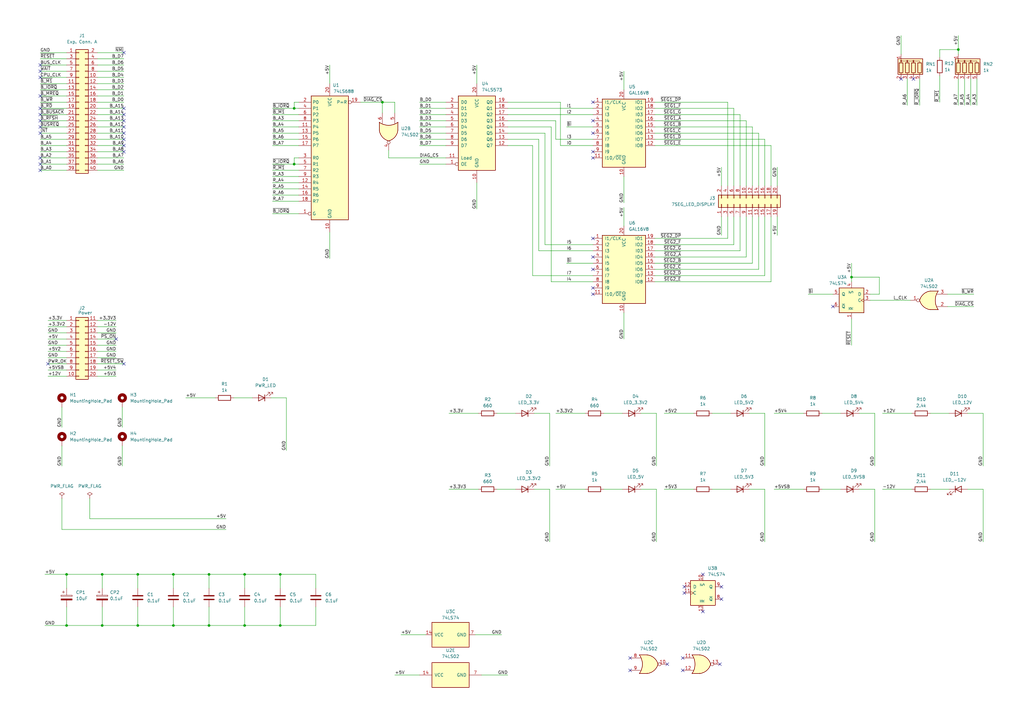
<source format=kicad_sch>
(kicad_sch (version 20230121) (generator eeschema)
  (paper "A3")
  (title_block (title "Diagnostics board for the Stackable Z80 Computer") (date "2023-09-15") (rev "1.1"))
  (lib_symbols
    (symbol "74xx:74LS02" (pin_names (offset 1.016))
      (property "Reference" "U" (at 0 1.27 0))
      (property "Value" "74LS02" (at 0 -1.27 0))
      (symbol "74LS02_1_1"
        (pin output inverted (at 7.62 0 180) (length 3.81) (name "~") (number "1"))
        (pin input line (at -7.62 2.54 0) (length 4.318) (name "~") (number "2"))
        (pin input line (at -7.62 -2.54 0) (length 4.318) (name "~") (number "3"))
      )
      (symbol "74LS02_1_2"
        (pin output line (at 7.62 0 180) (length 3.81) (name "~") (number "1"))
        (pin input inverted (at -7.62 2.54 0) (length 3.81) (name "~") (number "2"))
        (pin input inverted (at -7.62 -2.54 0) (length 3.81) (name "~") (number "3"))
      )
      (symbol "74LS02_2_1"
        (pin output inverted (at 7.62 0 180) (length 3.81) (name "~") (number "4"))
        (pin input line (at -7.62 2.54 0) (length 4.318) (name "~") (number "5"))
        (pin input line (at -7.62 -2.54 0) (length 4.318) (name "~") (number "6"))
      )
      (symbol "74LS02_2_2"
        (pin output line (at 7.62 0 180) (length 3.81) (name "~") (number "4"))
        (pin input inverted (at -7.62 2.54 0) (length 3.81) (name "~") (number "5"))
        (pin input inverted (at -7.62 -2.54 0) (length 3.81) (name "~") (number "6"))
      )
      (symbol "74LS02_3_1"
        (pin output inverted (at 7.62 0 180) (length 3.81) (name "~") (number "10"))
        (pin input line (at -7.62 2.54 0) (length 4.318) (name "~") (number "8"))
        (pin input line (at -7.62 -2.54 0) (length 4.318) (name "~") (number "9"))
      )
      (symbol "74LS02_3_2"
        (pin output line (at 7.62 0 180) (length 3.81) (name "~") (number "10"))
        (pin input inverted (at -7.62 2.54 0) (length 3.81) (name "~") (number "8"))
        (pin input inverted (at -7.62 -2.54 0) (length 3.81) (name "~") (number "9"))
      )
      (symbol "74LS02_4_1"
        (pin input line (at -7.62 2.54 0) (length 4.318) (name "~") (number "11"))
        (pin input line (at -7.62 -2.54 0) (length 4.318) (name "~") (number "12"))
        (pin output inverted (at 7.62 0 180) (length 3.81) (name "~") (number "13"))
      )
      (symbol "74LS02_4_2"
        (pin input inverted (at -7.62 2.54 0) (length 3.81) (name "~") (number "11"))
        (pin input inverted (at -7.62 -2.54 0) (length 3.81) (name "~") (number "12"))
        (pin output line (at 7.62 0 180) (length 3.81) (name "~") (number "13"))
      )
      (symbol "74LS02_5_0"
        (pin power_in line (at 0 12.7 270) (length 5.08) (name "VCC") (number "14"))
        (pin power_in line (at 0 -12.7 90) (length 5.08) (name "GND") (number "7"))
      )
    )
    (symbol "74xx:74LS573" (pin_names (offset 1.016))
      (property "Reference" "U" (at -7.62 16.51 0))
      (property "Value" "74LS573" (at -7.62 -16.51 0))
      (symbol "74LS573_1_0"
        (pin input inverted (at -12.7 -12.7 0) (length 5.08) (name "OE") (number "1"))
        (pin power_in line (at 0 -20.32 90) (length 5.08) (name "GND") (number "10"))
        (pin input line (at -12.7 -10.16 0) (length 5.08) (name "Load") (number "11"))
        (pin tri_state line (at 12.7 -5.08 180) (length 5.08) (name "Q7") (number "12"))
        (pin tri_state line (at 12.7 -2.54 180) (length 5.08) (name "Q6") (number "13"))
        (pin tri_state line (at 12.7 0 180) (length 5.08) (name "Q5") (number "14"))
        (pin tri_state line (at 12.7 2.54 180) (length 5.08) (name "Q4") (number "15"))
        (pin tri_state line (at 12.7 5.08 180) (length 5.08) (name "Q3") (number "16"))
        (pin tri_state line (at 12.7 7.62 180) (length 5.08) (name "Q2") (number "17"))
        (pin tri_state line (at 12.7 10.16 180) (length 5.08) (name "Q1") (number "18"))
        (pin tri_state line (at 12.7 12.7 180) (length 5.08) (name "Q0") (number "19"))
        (pin input line (at -12.7 12.7 0) (length 5.08) (name "D0") (number "2"))
        (pin power_in line (at 0 20.32 270) (length 5.08) (name "VCC") (number "20"))
        (pin input line (at -12.7 10.16 0) (length 5.08) (name "D1") (number "3"))
        (pin input line (at -12.7 7.62 0) (length 5.08) (name "D2") (number "4"))
        (pin input line (at -12.7 5.08 0) (length 5.08) (name "D3") (number "5"))
        (pin input line (at -12.7 2.54 0) (length 5.08) (name "D4") (number "6"))
        (pin input line (at -12.7 0 0) (length 5.08) (name "D5") (number "7"))
        (pin input line (at -12.7 -2.54 0) (length 5.08) (name "D6") (number "8"))
        (pin input line (at -12.7 -5.08 0) (length 5.08) (name "D7") (number "9"))
      )
    )
    (symbol "74xx:74LS688"
      (property "Reference" "U" (at -7.62 26.67 0))
      (property "Value" "74LS688" (at -7.62 -26.67 0))
      (symbol "74LS688_1_0"
        (pin input inverted (at -12.7 -22.86 0) (length 5.08) (name "G") (number "1"))
        (pin power_in line (at 0 -30.48 90) (length 5.08) (name "GND") (number "10"))
        (pin input line (at -12.7 12.7 0) (length 5.08) (name "P4") (number "11"))
        (pin input line (at -12.7 -10.16 0) (length 5.08) (name "R4") (number "12"))
        (pin input line (at -12.7 10.16 0) (length 5.08) (name "P5") (number "13"))
        (pin input line (at -12.7 -12.7 0) (length 5.08) (name "R5") (number "14"))
        (pin input line (at -12.7 7.62 0) (length 5.08) (name "P6") (number "15"))
        (pin input line (at -12.7 -15.24 0) (length 5.08) (name "R6") (number "16"))
        (pin input line (at -12.7 5.08 0) (length 5.08) (name "P7") (number "17"))
        (pin input line (at -12.7 -17.78 0) (length 5.08) (name "R7") (number "18"))
        (pin output inverted (at 12.7 22.86 180) (length 5.08) (name "P=R") (number "19"))
        (pin input line (at -12.7 22.86 0) (length 5.08) (name "P0") (number "2"))
        (pin power_in line (at 0 30.48 270) (length 5.08) (name "VCC") (number "20"))
        (pin input line (at -12.7 0 0) (length 5.08) (name "R0") (number "3"))
        (pin input line (at -12.7 20.32 0) (length 5.08) (name "P1") (number "4"))
        (pin input line (at -12.7 -2.54 0) (length 5.08) (name "R1") (number "5"))
        (pin input line (at -12.7 17.78 0) (length 5.08) (name "P2") (number "6"))
        (pin input line (at -12.7 -5.08 0) (length 5.08) (name "R2") (number "7"))
        (pin input line (at -12.7 15.24 0) (length 5.08) (name "P3") (number "8"))
        (pin input line (at -12.7 -7.62 0) (length 5.08) (name "R3") (number "9"))
      )
    )
    (symbol "74xx:74LS74" (pin_names (offset 1.016))
      (property "Reference" "U" (at -7.62 8.89 0))
      (property "Value" "74LS74" (at -7.62 -8.89 0))
      (symbol "74LS74_1_0"
        (pin input line (at 0 -7.62 90) (length 2.54) (name "~{R}") (number "1"))
        (pin input line (at -7.62 2.54 0) (length 2.54) (name "D") (number "2"))
        (pin input clock (at -7.62 0 0) (length 2.54) (name "C") (number "3"))
        (pin input line (at 0 7.62 270) (length 2.54) (name "~{S}") (number "4"))
        (pin output line (at 7.62 2.54 180) (length 2.54) (name "Q") (number "5"))
        (pin output line (at 7.62 -2.54 180) (length 2.54) (name "~{Q}") (number "6"))
      )
      (symbol "74LS74_2_0"
        (pin input line (at 0 7.62 270) (length 2.54) (name "~{S}") (number "10"))
        (pin input clock (at -7.62 0 0) (length 2.54) (name "C") (number "11"))
        (pin input line (at -7.62 2.54 0) (length 2.54) (name "D") (number "12"))
        (pin input line (at 0 -7.62 90) (length 2.54) (name "~{R}") (number "13"))
        (pin output line (at 7.62 -2.54 180) (length 2.54) (name "~{Q}") (number "8"))
        (pin output line (at 7.62 2.54 180) (length 2.54) (name "Q") (number "9"))
      )
      (symbol "74LS74_3_0"
        (pin power_in line (at 0 10.16 270) (length 2.54) (name "VCC") (number "14"))
        (pin power_in line (at 0 -10.16 90) (length 2.54) (name "GND") (number "7"))
      )
    )
    (symbol "Connector_Generic:Conn_02x10_Odd_Even" (pin_names (offset 1.016) hide)
      (property "Reference" "J" (at 1.27 12.7 0))
      (property "Value" "Conn_02x10_Odd_Even" (at 1.27 -15.24 0))
      (symbol "Conn_02x10_Odd_Even_1_1"
        (pin passive line (at -5.08 10.16 0) (length 3.81) (name "Pin_1") (number "1"))
        (pin passive line (at 7.62 0 180) (length 3.81) (name "Pin_10") (number "10"))
        (pin passive line (at -5.08 -2.54 0) (length 3.81) (name "Pin_11") (number "11"))
        (pin passive line (at 7.62 -2.54 180) (length 3.81) (name "Pin_12") (number "12"))
        (pin passive line (at -5.08 -5.08 0) (length 3.81) (name "Pin_13") (number "13"))
        (pin passive line (at 7.62 -5.08 180) (length 3.81) (name "Pin_14") (number "14"))
        (pin passive line (at -5.08 -7.62 0) (length 3.81) (name "Pin_15") (number "15"))
        (pin passive line (at 7.62 -7.62 180) (length 3.81) (name "Pin_16") (number "16"))
        (pin passive line (at -5.08 -10.16 0) (length 3.81) (name "Pin_17") (number "17"))
        (pin passive line (at 7.62 -10.16 180) (length 3.81) (name "Pin_18") (number "18"))
        (pin passive line (at -5.08 -12.7 0) (length 3.81) (name "Pin_19") (number "19"))
        (pin passive line (at 7.62 10.16 180) (length 3.81) (name "Pin_2") (number "2"))
        (pin passive line (at 7.62 -12.7 180) (length 3.81) (name "Pin_20") (number "20"))
        (pin passive line (at -5.08 7.62 0) (length 3.81) (name "Pin_3") (number "3"))
        (pin passive line (at 7.62 7.62 180) (length 3.81) (name "Pin_4") (number "4"))
        (pin passive line (at -5.08 5.08 0) (length 3.81) (name "Pin_5") (number "5"))
        (pin passive line (at 7.62 5.08 180) (length 3.81) (name "Pin_6") (number "6"))
        (pin passive line (at -5.08 2.54 0) (length 3.81) (name "Pin_7") (number "7"))
        (pin passive line (at 7.62 2.54 180) (length 3.81) (name "Pin_8") (number "8"))
        (pin passive line (at -5.08 0 0) (length 3.81) (name "Pin_9") (number "9"))
      )
    )
    (symbol "Connector_Generic:Conn_02x10_Top_Bottom" (pin_names (offset 1.016) hide)
      (property "Reference" "J" (at 1.27 12.7 0))
      (property "Value" "Conn_02x10_Top_Bottom" (at 1.27 -15.24 0))
      (symbol "Conn_02x10_Top_Bottom_1_1"
        (pin passive line (at -5.08 10.16 0) (length 3.81) (name "Pin_1") (number "1"))
        (pin passive line (at -5.08 -12.7 0) (length 3.81) (name "Pin_10") (number "10"))
        (pin passive line (at 7.62 10.16 180) (length 3.81) (name "Pin_11") (number "11"))
        (pin passive line (at 7.62 7.62 180) (length 3.81) (name "Pin_12") (number "12"))
        (pin passive line (at 7.62 5.08 180) (length 3.81) (name "Pin_13") (number "13"))
        (pin passive line (at 7.62 2.54 180) (length 3.81) (name "Pin_14") (number "14"))
        (pin passive line (at 7.62 0 180) (length 3.81) (name "Pin_15") (number "15"))
        (pin passive line (at 7.62 -2.54 180) (length 3.81) (name "Pin_16") (number "16"))
        (pin passive line (at 7.62 -5.08 180) (length 3.81) (name "Pin_17") (number "17"))
        (pin passive line (at 7.62 -7.62 180) (length 3.81) (name "Pin_18") (number "18"))
        (pin passive line (at 7.62 -10.16 180) (length 3.81) (name "Pin_19") (number "19"))
        (pin passive line (at -5.08 7.62 0) (length 3.81) (name "Pin_2") (number "2"))
        (pin passive line (at 7.62 -12.7 180) (length 3.81) (name "Pin_20") (number "20"))
        (pin passive line (at -5.08 5.08 0) (length 3.81) (name "Pin_3") (number "3"))
        (pin passive line (at -5.08 2.54 0) (length 3.81) (name "Pin_4") (number "4"))
        (pin passive line (at -5.08 0 0) (length 3.81) (name "Pin_5") (number "5"))
        (pin passive line (at -5.08 -2.54 0) (length 3.81) (name "Pin_6") (number "6"))
        (pin passive line (at -5.08 -5.08 0) (length 3.81) (name "Pin_7") (number "7"))
        (pin passive line (at -5.08 -7.62 0) (length 3.81) (name "Pin_8") (number "8"))
        (pin passive line (at -5.08 -10.16 0) (length 3.81) (name "Pin_9") (number "9"))
      )
    )
    (symbol "Connector_Generic:Conn_02x20_Odd_Even" (pin_names (offset 1.016) hide)
      (property "Reference" "J" (at 1.27 25.4 0))
      (property "Value" "Conn_02x20_Odd_Even" (at 1.27 -27.94 0))
      (symbol "Conn_02x20_Odd_Even_1_1"
        (pin passive line (at -5.08 22.86 0) (length 3.81) (name "Pin_1") (number "1"))
        (pin passive line (at 7.62 12.7 180) (length 3.81) (name "Pin_10") (number "10"))
        (pin passive line (at -5.08 10.16 0) (length 3.81) (name "Pin_11") (number "11"))
        (pin passive line (at 7.62 10.16 180) (length 3.81) (name "Pin_12") (number "12"))
        (pin passive line (at -5.08 7.62 0) (length 3.81) (name "Pin_13") (number "13"))
        (pin passive line (at 7.62 7.62 180) (length 3.81) (name "Pin_14") (number "14"))
        (pin passive line (at -5.08 5.08 0) (length 3.81) (name "Pin_15") (number "15"))
        (pin passive line (at 7.62 5.08 180) (length 3.81) (name "Pin_16") (number "16"))
        (pin passive line (at -5.08 2.54 0) (length 3.81) (name "Pin_17") (number "17"))
        (pin passive line (at 7.62 2.54 180) (length 3.81) (name "Pin_18") (number "18"))
        (pin passive line (at -5.08 0 0) (length 3.81) (name "Pin_19") (number "19"))
        (pin passive line (at 7.62 22.86 180) (length 3.81) (name "Pin_2") (number "2"))
        (pin passive line (at 7.62 0 180) (length 3.81) (name "Pin_20") (number "20"))
        (pin passive line (at -5.08 -2.54 0) (length 3.81) (name "Pin_21") (number "21"))
        (pin passive line (at 7.62 -2.54 180) (length 3.81) (name "Pin_22") (number "22"))
        (pin passive line (at -5.08 -5.08 0) (length 3.81) (name "Pin_23") (number "23"))
        (pin passive line (at 7.62 -5.08 180) (length 3.81) (name "Pin_24") (number "24"))
        (pin passive line (at -5.08 -7.62 0) (length 3.81) (name "Pin_25") (number "25"))
        (pin passive line (at 7.62 -7.62 180) (length 3.81) (name "Pin_26") (number "26"))
        (pin passive line (at -5.08 -10.16 0) (length 3.81) (name "Pin_27") (number "27"))
        (pin passive line (at 7.62 -10.16 180) (length 3.81) (name "Pin_28") (number "28"))
        (pin passive line (at -5.08 -12.7 0) (length 3.81) (name "Pin_29") (number "29"))
        (pin passive line (at -5.08 20.32 0) (length 3.81) (name "Pin_3") (number "3"))
        (pin passive line (at 7.62 -12.7 180) (length 3.81) (name "Pin_30") (number "30"))
        (pin passive line (at -5.08 -15.24 0) (length 3.81) (name "Pin_31") (number "31"))
        (pin passive line (at 7.62 -15.24 180) (length 3.81) (name "Pin_32") (number "32"))
        (pin passive line (at -5.08 -17.78 0) (length 3.81) (name "Pin_33") (number "33"))
        (pin passive line (at 7.62 -17.78 180) (length 3.81) (name "Pin_34") (number "34"))
        (pin passive line (at -5.08 -20.32 0) (length 3.81) (name "Pin_35") (number "35"))
        (pin passive line (at 7.62 -20.32 180) (length 3.81) (name "Pin_36") (number "36"))
        (pin passive line (at -5.08 -22.86 0) (length 3.81) (name "Pin_37") (number "37"))
        (pin passive line (at 7.62 -22.86 180) (length 3.81) (name "Pin_38") (number "38"))
        (pin passive line (at -5.08 -25.4 0) (length 3.81) (name "Pin_39") (number "39"))
        (pin passive line (at 7.62 20.32 180) (length 3.81) (name "Pin_4") (number "4"))
        (pin passive line (at 7.62 -25.4 180) (length 3.81) (name "Pin_40") (number "40"))
        (pin passive line (at -5.08 17.78 0) (length 3.81) (name "Pin_5") (number "5"))
        (pin passive line (at 7.62 17.78 180) (length 3.81) (name "Pin_6") (number "6"))
        (pin passive line (at -5.08 15.24 0) (length 3.81) (name "Pin_7") (number "7"))
        (pin passive line (at 7.62 15.24 180) (length 3.81) (name "Pin_8") (number "8"))
        (pin passive line (at -5.08 12.7 0) (length 3.81) (name "Pin_9") (number "9"))
      )
    )
    (symbol "Device:C" (pin_numbers hide) (pin_names (offset 0.254))
      (property "Reference" "C" (at 0.635 2.54 0))
      (property "Value" "C" (at 0.635 -2.54 0))
      (symbol "C_1_1"
        (pin passive line (at 0 3.81 270) (length 2.794) (name "~") (number "1"))
        (pin passive line (at 0 -3.81 90) (length 2.794) (name "~") (number "2"))
      )
    )
    (symbol "Device:C_Polarized" (pin_numbers hide) (pin_names (offset 0.254))
      (property "Reference" "C" (at 0.635 2.54 0))
      (property "Value" "C_Polarized" (at 0.635 -2.54 0))
      (symbol "C_Polarized_1_1"
        (pin passive line (at 0 3.81 270) (length 2.794) (name "~") (number "1"))
        (pin passive line (at 0 -3.81 90) (length 2.794) (name "~") (number "2"))
      )
    )
    (symbol "Device:LED" (pin_numbers hide) (pin_names (offset 1.016) hide)
      (property "Reference" "D" (at 0 2.54 0))
      (property "Value" "LED" (at 0 -2.54 0))
      (symbol "LED_1_1"
        (pin passive line (at -3.81 0 0) (length 2.54) (name "K") (number "1"))
        (pin passive line (at 3.81 0 180) (length 2.54) (name "A") (number "2"))
      )
    )
    (symbol "Device:R" (pin_numbers hide) (pin_names (offset 0))
      (property "Reference" "R" (at 2.032 0 90))
      (property "Value" "R" (at 0 0 90))
      (symbol "R_1_1"
        (pin passive line (at 0 3.81 270) (length 1.27) (name "~") (number "1"))
        (pin passive line (at 0 -3.81 90) (length 1.27) (name "~") (number "2"))
      )
    )
    (symbol "Device:R_Network04" (pin_names (offset 0) hide)
      (property "Reference" "RN" (at -7.62 0 90))
      (property "Value" "R_Network04" (at 5.08 0 90))
      (symbol "R_Network04_1_1"
        (pin passive line (at -5.08 5.08 270) (length 2.54) (name "common") (number "1"))
        (pin passive line (at -5.08 -5.08 90) (length 1.27) (name "R1") (number "2"))
        (pin passive line (at -2.54 -5.08 90) (length 1.27) (name "R2") (number "3"))
        (pin passive line (at 0 -5.08 90) (length 1.27) (name "R3") (number "4"))
        (pin passive line (at 2.54 -5.08 90) (length 1.27) (name "R4") (number "5"))
      )
    )
    (symbol "Logic_Programmable:GAL16V8" (pin_names (offset 1.016))
      (property "Reference" "U" (at -8.89 16.51 0))
      (property "Value" "GAL16V8" (at 1.27 16.51 0))
      (symbol "GAL16V8_0_0"
        (pin power_in line (at 0 -17.78 90) (length 3.81) (name "GND") (number "10"))
        (pin power_in line (at 0 17.78 270) (length 3.81) (name "VCC") (number "20"))
      )
      (symbol "GAL16V8_1_1"
        (pin input line (at -12.7 12.7 0) (length 3.81) (name "I1/CLK") (number "1"))
        (pin input line (at -12.7 -10.16 0) (length 3.81) (name "I10/~{OE}") (number "11"))
        (pin tri_state line (at 12.7 -5.08 180) (length 3.81) (name "IO8") (number "12"))
        (pin tri_state line (at 12.7 -2.54 180) (length 3.81) (name "IO7") (number "13"))
        (pin tri_state line (at 12.7 0 180) (length 3.81) (name "IO6") (number "14"))
        (pin tri_state line (at 12.7 2.54 180) (length 3.81) (name "IO5") (number "15"))
        (pin tri_state line (at 12.7 5.08 180) (length 3.81) (name "IO4") (number "16"))
        (pin tri_state line (at 12.7 7.62 180) (length 3.81) (name "I03") (number "17"))
        (pin tri_state line (at 12.7 10.16 180) (length 3.81) (name "IO2") (number "18"))
        (pin tri_state line (at 12.7 12.7 180) (length 3.81) (name "IO1") (number "19"))
        (pin input line (at -12.7 10.16 0) (length 3.81) (name "I2") (number "2"))
        (pin input line (at -12.7 7.62 0) (length 3.81) (name "I3") (number "3"))
        (pin input line (at -12.7 5.08 0) (length 3.81) (name "I4") (number "4"))
        (pin input line (at -12.7 2.54 0) (length 3.81) (name "I5") (number "5"))
        (pin input line (at -12.7 0 0) (length 3.81) (name "I6") (number "6"))
        (pin input line (at -12.7 -2.54 0) (length 3.81) (name "I7") (number "7"))
        (pin input line (at -12.7 -5.08 0) (length 3.81) (name "I8") (number "8"))
        (pin input line (at -12.7 -7.62 0) (length 3.81) (name "I9") (number "9"))
      )
    )
    (symbol "Mechanical:MountingHole_Pad" (pin_numbers hide) (pin_names (offset 1.016) hide)
      (property "Reference" "H" (at 0 6.35 0))
      (property "Value" "MountingHole_Pad" (at 0 4.445 0))
      (symbol "MountingHole_Pad_1_1"
        (pin input line (at 0 -2.54 90) (length 2.54) (name "1") (number "1"))
      )
    )
    (symbol "power:PWR_FLAG" (power) (pin_numbers hide) (pin_names (offset 0) hide)
      (property "Value" "PWR_FLAG" (at 0 3.81 0))
      (symbol "PWR_FLAG_0_0"
        (pin power_out line (at 0 0 90) (length 0) (name "pwr") (number "1"))
      )
    )
  )
  (junction (at 100.33 235.585))
  (junction (at 27.305 256.54))
  (junction (at 56.515 256.54))
  (junction (at 41.91 256.54))
  (junction (at 41.91 235.585))
  (junction (at 27.305 235.585))
  (junction (at 85.725 235.585))
  (junction (at 156.845 41.91))
  (junction (at 71.12 256.54))
  (junction (at 71.12 235.585))
  (junction (at 114.935 256.54))
  (junction (at 56.515 235.585))
  (junction (at 393.065 20.32))
  (junction (at 120.65 44.45))
  (junction (at 120.65 67.31))
  (junction (at 85.725 256.54))
  (junction (at 100.33 256.54))
  (junction (at 114.935 235.585))
  (junction (at 349.25 113.665))
  (no_connect (at 243.205 97.79))
  (no_connect (at 243.205 110.49))
  (no_connect (at 16.51 64.77))
  (no_connect (at 50.8 44.45))
  (no_connect (at 50.8 54.61))
  (no_connect (at 295.275 272.415))
  (no_connect (at 16.51 52.07))
  (no_connect (at 50.8 21.59))
  (no_connect (at 16.51 46.99))
  (no_connect (at 258.445 274.955))
  (no_connect (at 16.51 49.53))
  (no_connect (at 50.8 49.53))
  (no_connect (at 16.51 29.21))
  (no_connect (at 16.51 67.31))
  (no_connect (at 16.51 54.61))
  (no_connect (at 16.51 44.45))
  (no_connect (at 243.205 118.11))
  (no_connect (at 288.29 250.825))
  (no_connect (at 295.91 240.665))
  (no_connect (at 243.205 64.77))
  (no_connect (at 50.8 57.15))
  (no_connect (at 50.8 52.07))
  (no_connect (at 288.29 235.585))
  (no_connect (at 47.625 139.065))
  (no_connect (at 341.63 125.73))
  (no_connect (at 16.51 31.75))
  (no_connect (at 243.205 105.41))
  (no_connect (at 50.8 46.99))
  (no_connect (at 243.205 49.53))
  (no_connect (at 280.67 243.205))
  (no_connect (at 19.685 149.225))
  (no_connect (at 16.51 26.67))
  (no_connect (at 243.205 41.91))
  (no_connect (at 273.685 272.415))
  (no_connect (at 50.8 62.23))
  (no_connect (at 280.035 269.875))
  (no_connect (at 50.8 59.69))
  (no_connect (at 243.205 62.23))
  (no_connect (at 280.035 274.955))
  (no_connect (at 243.205 54.61))
  (no_connect (at 369.57 32.385))
  (no_connect (at 16.51 69.85))
  (no_connect (at 295.91 245.745))
  (no_connect (at 16.51 39.37))
  (no_connect (at 258.445 269.875))
  (no_connect (at 243.205 120.65))
  (no_connect (at 50.8 149.225))
  (no_connect (at 374.65 32.385))
  (no_connect (at 280.67 240.665))
  (wire (pts (xy 50.8 36.83) (xy 40.005 36.83)))
  (wire (pts (xy 403.225 169.545) (xy 396.875 169.545)))
  (wire (pts (xy 306.07 88.9) (xy 306.07 105.41)))
  (wire (pts (xy 111.76 57.15) (xy 122.555 57.15)))
  (wire (pts (xy 156.845 41.91) (xy 161.925 41.91)))
  (wire (pts (xy 393.065 14.605) (xy 393.065 20.32)))
  (wire (pts (xy 25.4 204.47) (xy 25.4 217.17)))
  (wire (pts (xy 255.905 29.21) (xy 255.905 36.83)))
  (wire (pts (xy 313.69 88.9) (xy 313.69 113.03)))
  (wire (pts (xy 223.52 100.33) (xy 243.205 100.33)))
  (wire (pts (xy 56.515 241.3) (xy 56.515 235.585)))
  (wire (pts (xy 16.51 36.83) (xy 27.305 36.83)))
  (wire (pts (xy 47.625 131.445) (xy 40.005 131.445)))
  (wire (pts (xy 16.51 46.99) (xy 27.305 46.99)))
  (wire (pts (xy 295.91 96.52) (xy 295.91 88.9)))
  (wire (pts (xy 220.98 57.15) (xy 220.98 102.87)))
  (wire (pts (xy 349.25 113.665) (xy 360.68 113.665)))
  (wire (pts (xy 50.165 167.005) (xy 50.165 175.26)))
  (wire (pts (xy 292.1 169.545) (xy 299.72 169.545)))
  (wire (pts (xy 225.425 200.66) (xy 225.425 222.25)))
  (wire (pts (xy 349.25 141.605) (xy 349.25 130.81)))
  (wire (pts (xy 111.76 77.47) (xy 122.555 77.47)))
  (wire (pts (xy 227.965 169.545) (xy 240.03 169.545)))
  (wire (pts (xy 56.515 256.54) (xy 41.91 256.54)))
  (wire (pts (xy 337.185 169.545) (xy 344.805 169.545)))
  (wire (pts (xy 269.24 169.545) (xy 269.24 191.135)))
  (wire (pts (xy 100.33 256.54) (xy 85.725 256.54)))
  (wire (pts (xy 19.685 154.305) (xy 27.305 154.305)))
  (wire (pts (xy 47.625 151.765) (xy 40.005 151.765)))
  (wire (pts (xy 172.085 49.53) (xy 182.88 49.53)))
  (wire (pts (xy 311.15 88.9) (xy 311.15 110.49)))
  (wire (pts (xy 161.925 276.86) (xy 172.085 276.86)))
  (wire (pts (xy 349.25 113.665) (xy 349.25 115.57)))
  (wire (pts (xy 381.635 169.545) (xy 389.255 169.545)))
  (wire (pts (xy 18.415 235.585) (xy 27.305 235.585)))
  (wire (pts (xy 50.8 41.91) (xy 40.005 41.91)))
  (wire (pts (xy 27.305 235.585) (xy 27.305 241.3)))
  (wire (pts (xy 268.605 57.15) (xy 313.69 57.15)))
  (wire (pts (xy 71.12 256.54) (xy 56.515 256.54)))
  (wire (pts (xy 225.425 169.545) (xy 225.425 191.135)))
  (wire (pts (xy 361.95 200.66) (xy 374.015 200.66)))
  (wire (pts (xy 195.58 26.67) (xy 195.58 34.29)))
  (wire (pts (xy 269.24 200.66) (xy 269.24 222.25)))
  (wire (pts (xy 16.51 69.85) (xy 27.305 69.85)))
  (wire (pts (xy 50.8 52.07) (xy 40.005 52.07)))
  (wire (pts (xy 161.925 46.355) (xy 161.925 41.91)))
  (wire (pts (xy 135.255 106.045) (xy 135.255 95.25)))
  (wire (pts (xy 292.1 200.66) (xy 299.72 200.66)))
  (wire (pts (xy 203.835 169.545) (xy 211.455 169.545)))
  (wire (pts (xy 203.835 200.66) (xy 211.455 200.66)))
  (wire (pts (xy 50.8 57.15) (xy 40.005 57.15)))
  (wire (pts (xy 25.4 182.88) (xy 25.4 191.135)))
  (wire (pts (xy 300.99 76.2) (xy 300.99 44.45)))
  (wire (pts (xy 16.51 41.91) (xy 27.305 41.91)))
  (wire (pts (xy 393.065 20.32) (xy 393.065 22.225)))
  (wire (pts (xy 27.305 256.54) (xy 27.305 248.92)))
  (wire (pts (xy 100.33 235.585) (xy 85.725 235.585)))
  (wire (pts (xy 19.685 146.685) (xy 27.305 146.685)))
  (wire (pts (xy 218.44 113.03) (xy 243.205 113.03)))
  (wire (pts (xy 50.8 62.23) (xy 40.005 62.23)))
  (wire (pts (xy 208.28 57.15) (xy 220.98 57.15)))
  (wire (pts (xy 227.965 57.15) (xy 243.205 57.15)))
  (wire (pts (xy 47.625 146.685) (xy 40.005 146.685)))
  (wire (pts (xy 303.53 88.9) (xy 303.53 102.87)))
  (wire (pts (xy 111.76 72.39) (xy 122.555 72.39)))
  (wire (pts (xy 19.685 139.065) (xy 27.305 139.065)))
  (wire (pts (xy 50.8 54.61) (xy 40.005 54.61)))
  (wire (pts (xy 372.11 43.18) (xy 372.11 32.385)))
  (wire (pts (xy 232.41 52.07) (xy 243.205 52.07)))
  (wire (pts (xy 268.605 102.87) (xy 303.53 102.87)))
  (wire (pts (xy 16.51 54.61) (xy 27.305 54.61)))
  (wire (pts (xy 117.475 163.195) (xy 117.475 184.785)))
  (wire (pts (xy 129.54 241.3) (xy 129.54 235.585)))
  (wire (pts (xy 50.8 49.53) (xy 40.005 49.53)))
  (wire (pts (xy 85.725 248.92) (xy 85.725 256.54)))
  (wire (pts (xy 50.8 24.13) (xy 40.005 24.13)))
  (wire (pts (xy 76.2 163.195) (xy 88.265 163.195)))
  (wire (pts (xy 255.905 83.185) (xy 255.905 72.39)))
  (wire (pts (xy 16.51 44.45) (xy 27.305 44.45)))
  (wire (pts (xy 358.775 200.66) (xy 352.425 200.66)))
  (wire (pts (xy 71.12 241.3) (xy 71.12 235.585)))
  (wire (pts (xy 311.15 54.61) (xy 311.15 76.2)))
  (wire (pts (xy 50.8 34.29) (xy 40.005 34.29)))
  (wire (pts (xy 208.28 52.07) (xy 226.06 52.07)))
  (wire (pts (xy 50.8 46.99) (xy 40.005 46.99)))
  (wire (pts (xy 268.605 115.57) (xy 316.23 115.57)))
  (wire (pts (xy 120.65 41.91) (xy 120.65 44.45)))
  (wire (pts (xy 47.625 136.525) (xy 40.005 136.525)))
  (wire (pts (xy 313.69 169.545) (xy 307.34 169.545)))
  (wire (pts (xy 25.4 217.17) (xy 92.71 217.17)))
  (wire (pts (xy 36.83 212.725) (xy 92.71 212.725)))
  (wire (pts (xy 71.12 235.585) (xy 56.515 235.585)))
  (wire (pts (xy 47.625 133.985) (xy 40.005 133.985)))
  (wire (pts (xy 19.685 133.985) (xy 27.305 133.985)))
  (wire (pts (xy 16.51 29.21) (xy 27.305 29.21)))
  (wire (pts (xy 114.935 241.3) (xy 114.935 235.585)))
  (wire (pts (xy 360.68 113.665) (xy 360.68 120.65)))
  (wire (pts (xy 50.8 59.69) (xy 40.005 59.69)))
  (wire (pts (xy 111.76 54.61) (xy 122.555 54.61)))
  (wire (pts (xy 208.28 49.53) (xy 227.965 49.53)))
  (wire (pts (xy 247.65 169.545) (xy 255.27 169.545)))
  (wire (pts (xy 16.51 49.53) (xy 27.305 49.53)))
  (wire (pts (xy 268.605 97.79) (xy 298.45 97.79)))
  (wire (pts (xy 16.51 59.69) (xy 27.305 59.69)))
  (wire (pts (xy 25.4 167.005) (xy 25.4 175.26)))
  (wire (pts (xy 16.51 39.37) (xy 27.305 39.37)))
  (wire (pts (xy 255.905 85.09) (xy 255.905 92.71)))
  (wire (pts (xy 229.87 59.69) (xy 243.205 59.69)))
  (wire (pts (xy 205.74 260.35) (xy 194.945 260.35)))
  (wire (pts (xy 16.51 26.67) (xy 27.305 26.67)))
  (wire (pts (xy 114.935 256.54) (xy 100.33 256.54)))
  (wire (pts (xy 111.76 46.99) (xy 122.555 46.99)))
  (wire (pts (xy 111.76 44.45) (xy 120.65 44.45)))
  (wire (pts (xy 308.61 76.2) (xy 308.61 52.07)))
  (wire (pts (xy 268.605 110.49) (xy 311.15 110.49)))
  (wire (pts (xy 268.605 49.53) (xy 306.07 49.53)))
  (wire (pts (xy 100.33 241.3) (xy 100.33 235.585)))
  (wire (pts (xy 184.15 200.66) (xy 196.215 200.66)))
  (wire (pts (xy 129.54 248.92) (xy 129.54 256.54)))
  (wire (pts (xy 356.87 120.65) (xy 360.68 120.65)))
  (wire (pts (xy 114.935 235.585) (xy 100.33 235.585)))
  (wire (pts (xy 268.605 113.03) (xy 313.69 113.03)))
  (wire (pts (xy 95.885 163.195) (xy 103.505 163.195)))
  (wire (pts (xy 398.145 43.18) (xy 398.145 32.385)))
  (wire (pts (xy 269.24 200.66) (xy 262.89 200.66)))
  (wire (pts (xy 272.415 200.66) (xy 284.48 200.66)))
  (wire (pts (xy 172.085 46.99) (xy 182.88 46.99)))
  (wire (pts (xy 19.685 144.145) (xy 27.305 144.145)))
  (wire (pts (xy 18.415 256.54) (xy 27.305 256.54)))
  (wire (pts (xy 16.51 31.75) (xy 27.305 31.75)))
  (wire (pts (xy 50.8 67.31) (xy 40.005 67.31)))
  (wire (pts (xy 111.76 59.69) (xy 122.555 59.69)))
  (wire (pts (xy 268.605 59.69) (xy 316.23 59.69)))
  (wire (pts (xy 184.15 169.545) (xy 196.215 169.545)))
  (wire (pts (xy 40.005 141.605) (xy 47.625 141.605)))
  (wire (pts (xy 41.91 235.585) (xy 41.91 241.3)))
  (wire (pts (xy 129.54 256.54) (xy 114.935 256.54)))
  (wire (pts (xy 337.185 200.66) (xy 344.805 200.66)))
  (wire (pts (xy 255.905 139.065) (xy 255.905 128.27)))
  (wire (pts (xy 16.51 52.07) (xy 27.305 52.07)))
  (wire (pts (xy 268.605 41.91) (xy 298.45 41.91)))
  (wire (pts (xy 159.385 61.595) (xy 159.385 64.77)))
  (wire (pts (xy 208.28 54.61) (xy 223.52 54.61)))
  (wire (pts (xy 385.445 23.495) (xy 385.445 20.32)))
  (wire (pts (xy 164.465 260.35) (xy 174.625 260.35)))
  (wire (pts (xy 223.52 54.61) (xy 223.52 100.33)))
  (wire (pts (xy 85.725 235.585) (xy 71.12 235.585)))
  (wire (pts (xy 195.58 85.725) (xy 195.58 74.93)))
  (wire (pts (xy 114.935 248.92) (xy 114.935 256.54)))
  (wire (pts (xy 19.685 131.445) (xy 27.305 131.445)))
  (wire (pts (xy 120.65 67.31) (xy 122.555 67.31)))
  (wire (pts (xy 50.8 64.77) (xy 40.005 64.77)))
  (wire (pts (xy 111.76 82.55) (xy 122.555 82.55)))
  (wire (pts (xy 317.5 200.66) (xy 329.565 200.66)))
  (wire (pts (xy 403.225 169.545) (xy 403.225 191.135)))
  (wire (pts (xy 208.28 276.86) (xy 197.485 276.86)))
  (wire (pts (xy 300.99 88.9) (xy 300.99 100.33)))
  (wire (pts (xy 47.625 144.145) (xy 40.005 144.145)))
  (wire (pts (xy 120.65 64.77) (xy 120.65 67.31)))
  (wire (pts (xy 16.51 57.15) (xy 27.305 57.15)))
  (wire (pts (xy 308.61 88.9) (xy 308.61 107.95)))
  (wire (pts (xy 317.5 169.545) (xy 329.565 169.545)))
  (wire (pts (xy 358.775 169.545) (xy 358.775 191.135)))
  (wire (pts (xy 369.57 14.605) (xy 369.57 22.225)))
  (wire (pts (xy 208.28 46.99) (xy 243.205 46.99)))
  (wire (pts (xy 19.685 149.225) (xy 27.305 149.225)))
  (wire (pts (xy 172.085 54.61) (xy 182.88 54.61)))
  (wire (pts (xy 47.625 154.305) (xy 40.005 154.305)))
  (wire (pts (xy 313.69 57.15) (xy 313.69 76.2)))
  (wire (pts (xy 19.685 151.765) (xy 27.305 151.765)))
  (wire (pts (xy 85.725 241.3) (xy 85.725 235.585)))
  (wire (pts (xy 16.51 64.77) (xy 27.305 64.77)))
  (wire (pts (xy 331.47 120.65) (xy 341.63 120.65)))
  (wire (pts (xy 303.53 76.2) (xy 303.53 46.99)))
  (wire (pts (xy 225.425 200.66) (xy 219.075 200.66)))
  (wire (pts (xy 226.06 52.07) (xy 226.06 115.57)))
  (wire (pts (xy 172.085 57.15) (xy 182.88 57.15)))
  (wire (pts (xy 50.8 31.75) (xy 40.005 31.75)))
  (wire (pts (xy 395.605 43.18) (xy 395.605 32.385)))
  (wire (pts (xy 313.69 200.66) (xy 313.69 222.25)))
  (wire (pts (xy 111.76 80.01) (xy 122.555 80.01)))
  (wire (pts (xy 298.45 88.9) (xy 298.45 97.79)))
  (wire (pts (xy 50.8 69.85) (xy 40.005 69.85)))
  (wire (pts (xy 111.76 74.93) (xy 122.555 74.93)))
  (wire (pts (xy 47.625 139.065) (xy 40.005 139.065)))
  (wire (pts (xy 27.305 235.585) (xy 41.91 235.585)))
  (wire (pts (xy 147.955 41.91) (xy 156.845 41.91)))
  (wire (pts (xy 50.165 182.88) (xy 50.165 191.135)))
  (wire (pts (xy 318.77 68.58) (xy 318.77 76.2)))
  (wire (pts (xy 381.635 200.66) (xy 389.255 200.66)))
  (wire (pts (xy 318.77 96.52) (xy 318.77 88.9)))
  (wire (pts (xy 208.28 44.45) (xy 243.205 44.45)))
  (wire (pts (xy 358.775 200.66) (xy 358.775 222.25)))
  (wire (pts (xy 129.54 235.585) (xy 114.935 235.585)))
  (wire (pts (xy 208.28 41.91) (xy 229.87 41.91)))
  (wire (pts (xy 111.76 67.31) (xy 120.65 67.31)))
  (wire (pts (xy 122.555 41.91) (xy 120.65 41.91)))
  (wire (pts (xy 16.51 67.31) (xy 27.305 67.31)))
  (wire (pts (xy 50.8 44.45) (xy 40.005 44.45)))
  (wire (pts (xy 403.225 200.66) (xy 403.225 222.25)))
  (wire (pts (xy 385.445 20.32) (xy 393.065 20.32)))
  (wire (pts (xy 268.605 54.61) (xy 311.15 54.61)))
  (wire (pts (xy 156.845 41.91) (xy 156.845 46.355)))
  (wire (pts (xy 16.51 21.59) (xy 27.305 21.59)))
  (wire (pts (xy 172.085 41.91) (xy 182.88 41.91)))
  (wire (pts (xy 111.76 49.53) (xy 122.555 49.53)))
  (wire (pts (xy 50.8 21.59) (xy 40.005 21.59)))
  (wire (pts (xy 71.12 248.92) (xy 71.12 256.54)))
  (wire (pts (xy 358.775 169.545) (xy 352.425 169.545)))
  (wire (pts (xy 298.45 41.91) (xy 298.45 76.2)))
  (wire (pts (xy 120.65 44.45) (xy 122.555 44.45)))
  (wire (pts (xy 111.76 52.07) (xy 122.555 52.07)))
  (wire (pts (xy 268.605 107.95) (xy 308.61 107.95)))
  (wire (pts (xy 356.87 123.19) (xy 373.38 123.19)))
  (wire (pts (xy 100.33 248.92) (xy 100.33 256.54)))
  (wire (pts (xy 313.69 200.66) (xy 307.34 200.66)))
  (wire (pts (xy 400.685 43.18) (xy 400.685 32.385)))
  (wire (pts (xy 268.605 105.41) (xy 306.07 105.41)))
  (wire (pts (xy 50.8 29.21) (xy 40.005 29.21)))
  (wire (pts (xy 172.085 67.31) (xy 182.88 67.31)))
  (wire (pts (xy 295.91 68.58) (xy 295.91 76.2)))
  (wire (pts (xy 269.24 169.545) (xy 262.89 169.545)))
  (wire (pts (xy 218.44 59.69) (xy 218.44 113.03)))
  (wire (pts (xy 247.65 200.66) (xy 255.27 200.66)))
  (wire (pts (xy 268.605 46.99) (xy 303.53 46.99)))
  (wire (pts (xy 232.41 107.95) (xy 243.205 107.95)))
  (wire (pts (xy 50.8 149.225) (xy 40.005 149.225)))
  (wire (pts (xy 122.555 64.77) (xy 120.65 64.77)))
  (wire (pts (xy 393.065 43.18) (xy 393.065 32.385)))
  (wire (pts (xy 16.51 24.13) (xy 27.305 24.13)))
  (wire (pts (xy 172.085 44.45) (xy 182.88 44.45)))
  (wire (pts (xy 19.685 136.525) (xy 27.305 136.525)))
  (wire (pts (xy 41.91 256.54) (xy 41.91 248.92)))
  (wire (pts (xy 268.605 52.07) (xy 308.61 52.07)))
  (wire (pts (xy 182.88 64.77) (xy 159.385 64.77)))
  (wire (pts (xy 227.965 200.66) (xy 240.03 200.66)))
  (wire (pts (xy 27.305 256.54) (xy 41.91 256.54)))
  (wire (pts (xy 316.23 88.9) (xy 316.23 115.57)))
  (wire (pts (xy 172.085 52.07) (xy 182.88 52.07)))
  (wire (pts (xy 56.515 248.92) (xy 56.515 256.54)))
  (wire (pts (xy 229.87 41.91) (xy 229.87 59.69)))
  (wire (pts (xy 56.515 235.585) (xy 41.91 235.585)))
  (wire (pts (xy 349.25 107.95) (xy 349.25 113.665)))
  (wire (pts (xy 377.19 43.18) (xy 377.19 32.385)))
  (wire (pts (xy 268.605 100.33) (xy 300.99 100.33)))
  (wire (pts (xy 19.685 141.605) (xy 27.305 141.605)))
  (wire (pts (xy 385.445 41.91) (xy 385.445 31.115)))
  (wire (pts (xy 111.76 87.63) (xy 122.555 87.63)))
  (wire (pts (xy 85.725 256.54) (xy 71.12 256.54)))
  (wire (pts (xy 388.62 125.73) (xy 399.415 125.73)))
  (wire (pts (xy 306.07 76.2) (xy 306.07 49.53)))
  (wire (pts (xy 268.605 44.45) (xy 300.99 44.45)))
  (wire (pts (xy 316.23 59.69) (xy 316.23 76.2)))
  (wire (pts (xy 135.255 26.67) (xy 135.255 34.29)))
  (wire (pts (xy 111.76 69.85) (xy 122.555 69.85)))
  (wire (pts (xy 361.95 169.545) (xy 374.015 169.545)))
  (wire (pts (xy 272.415 169.545) (xy 284.48 169.545)))
  (wire (pts (xy 50.8 26.67) (xy 40.005 26.67)))
  (wire (pts (xy 226.06 115.57) (xy 243.205 115.57)))
  (wire (pts (xy 220.98 102.87) (xy 243.205 102.87)))
  (wire (pts (xy 227.965 49.53) (xy 227.965 57.15)))
  (wire (pts (xy 50.8 39.37) (xy 40.005 39.37)))
  (wire (pts (xy 313.69 169.545) (xy 313.69 191.135)))
  (wire (pts (xy 208.28 59.69) (xy 218.44 59.69)))
  (wire (pts (xy 16.51 62.23) (xy 27.305 62.23)))
  (wire (pts (xy 399.415 120.65) (xy 388.62 120.65)))
  (wire (pts (xy 36.83 204.47) (xy 36.83 212.725)))
  (wire (pts (xy 117.475 163.195) (xy 111.125 163.195)))
  (wire (pts (xy 172.085 59.69) (xy 182.88 59.69)))
  (wire (pts (xy 225.425 169.545) (xy 219.075 169.545)))
  (wire (pts (xy 403.225 200.66) (xy 396.875 200.66)))
  (wire (pts (xy 16.51 34.29) (xy 27.305 34.29)))
  (label "GND" (at 50.165 175.26 90))
  (label "~{SEG2_E}" (at 279.4 115.57 180))
  (label "R_A7" (at 393.065 43.18 90))
  (label "I5" (at 232.41 100.33 0))
  (label "~{RESET}" (at 16.51 24.13 0))
  (label "GND" (at 25.4 191.135 90))
  (label "DIAG_CS" (at 172.085 64.77 0))
  (label "GND" (at 403.225 191.135 90))
  (label "GND" (at 47.625 144.145 180))
  (label "~{INT}" (at 16.51 54.61 0))
  (label "L_CLK" (at 366.395 123.19 0))
  (label "~{SEG1_G}" (at 279.4 46.99 180))
  (label "B_A1" (at 16.51 67.31 0))
  (label "GND" (at 50.165 191.135 90))
  (label "B_A9" (at 50.8 59.69 180))
  (label "R_A6" (at 111.76 80.01 0))
  (label "B_D4" (at 50.8 31.75 180))
  (label "GND" (at 16.51 21.59 0))
  (label "~{R_M1}" (at 385.445 41.91 90))
  (label "I7" (at 232.41 113.03 0))
  (label "~{BI}" (at 232.41 107.95 0))
  (label "B_A8" (at 50.8 62.23 180))
  (label "+5V2" (at 19.685 144.145 0))
  (label "~{PS_ON}" (at 47.625 139.065 180))
  (label "B_A5" (at 16.51 57.15 0))
  (label "B_A4" (at 16.51 59.69 0))
  (label "~{B_WR}" (at 399.415 120.65 180))
  (label "+3.3V" (at 184.15 169.545 0))
  (label "~{SEG1_F}" (at 279.4 44.45 180))
  (label "~{SEG1_DP}" (at 279.4 41.91 180))
  (label "~{SEG2_B}" (at 279.4 107.95 180))
  (label "BUS_CLK" (at 16.51 26.67 0))
  (label "+5V" (at 255.905 85.09 270))
  (label "~{B_M1}" (at 16.51 34.29 0))
  (label "+5V" (at 161.925 276.86 0))
  (label "B_A6" (at 50.8 67.31 180))
  (label "~{BI}" (at 331.47 120.65 0))
  (label "~{BI}" (at 232.41 52.07 0))
  (label "B_A3" (at 16.51 62.23 0))
  (label "B_D5" (at 50.8 29.21 180))
  (label "B_D3" (at 50.8 34.29 180))
  (label "+5V" (at 92.71 212.725 180))
  (label "~{R_M1}" (at 111.76 69.85 0))
  (label "~{B_RFSH}" (at 16.51 49.53 0))
  (label "~{B_M1}" (at 111.76 46.99 0))
  (label "GND" (at 313.69 191.135 90))
  (label "+3.3V3" (at 184.15 200.66 0))
  (label "B_A7" (at 50.8 64.77 180))
  (label "GND" (at 225.425 222.25 90))
  (label "~{SEG2_A}" (at 279.4 105.41 180))
  (label "CPU_CLK" (at 16.51 31.75 0))
  (label "GND" (at 19.685 136.525 0))
  (label "GND" (at 25.4 175.26 90))
  (label "B_D6" (at 50.8 26.67 180))
  (label "B_A3" (at 111.76 49.53 0))
  (label "GND" (at 269.24 222.25 90))
  (label "R_A3" (at 400.685 43.18 90))
  (label "+5V" (at 135.255 26.67 270))
  (label "GND" (at 92.71 217.17 180))
  (label "GND" (at 358.775 222.25 90))
  (label "R_A4" (at 398.145 43.18 90))
  (label "~{NMI}" (at 50.8 21.59 180))
  (label "R_A3" (at 111.76 72.39 0))
  (label "PWR_OK" (at 19.685 149.225 0))
  (label "~{WAIT}" (at 16.51 29.21 0))
  (label "B_A11" (at 50.8 54.61 180))
  (label "+5V3" (at 47.625 154.305 180))
  (label "B_D7" (at 50.8 24.13 180))
  (label "+5V2" (at 272.415 169.545 0))
  (label "GND" (at 135.255 106.045 90))
  (label "B_D5" (at 172.085 54.61 0))
  (label "GND" (at 208.28 276.86 180))
  (label "B_A13" (at 50.8 49.53 180))
  (label "B_D2" (at 172.085 46.99 0))
  (label "~{SEG2_C}" (at 279.4 110.49 180))
  (label "-12V" (at 47.625 133.985 180))
  (label "+5V3" (at 272.415 200.66 0))
  (label "GND" (at 369.57 14.605 270))
  (label "+5V" (at 255.905 29.21 270))
  (label "B_D0" (at 172.085 41.91 0))
  (label "~{DIAG_CS}" (at 156.845 41.91 180))
  (label "B_D1" (at 172.085 44.45 0))
  (label "~{B_BUSACK}" (at 16.51 46.99 0))
  (label "~{SEG2_DP}" (at 279.4 97.79 180))
  (label "B_A10" (at 50.8 57.15 180))
  (label "I6" (at 232.41 102.87 0))
  (label "~{B_MREQ}" (at 16.51 39.37 0))
  (label "B_D4" (at 172.085 52.07 0))
  (label "~{R_IORQ}" (at 111.76 67.31 0))
  (label "GND" (at 172.085 67.31 0))
  (label "+5VSB" (at 317.5 200.66 0))
  (label "~{R_IORQ}" (at 377.19 43.18 90))
  (label "I1" (at 232.41 44.45 0))
  (label "B_D7" (at 172.085 59.69 0))
  (label "B_A6" (at 111.76 57.15 0))
  (label "+3.3V" (at 19.685 131.445 0))
  (label "~{SEG1_A}" (at 279.4 49.53 180))
  (label "GND" (at 18.415 256.54 0))
  (label "GND" (at 358.775 191.135 90))
  (label "R_A5" (at 111.76 77.47 0))
  (label "B_A5" (at 111.76 54.61 0))
  (label "GND" (at 205.74 260.35 180))
  (label "~{RESET_SW}" (at 50.8 149.225 180))
  (label "B_D6" (at 172.085 57.15 0))
  (label "B_D0" (at 50.8 41.91 180))
  (label "GND" (at 295.91 96.52 90))
  (label "+5V" (at 318.77 96.52 90))
  (label "+3.3V3" (at 47.625 131.445 180))
  (label "+5VSB" (at 19.685 151.765 0))
  (label "+3.3V2" (at 19.685 133.985 0))
  (label "~{B_IORQ}" (at 111.76 87.63 0))
  (label "GND" (at 47.625 136.525 180))
  (label "+5V" (at 393.065 14.605 270))
  (label "GND" (at 19.685 146.685 0))
  (label "I4" (at 232.41 115.57 0))
  (label "GND" (at 269.24 191.135 90))
  (label "~{RESET}" (at 349.25 141.605 90))
  (label "B_A4" (at 111.76 52.07 0))
  (label "+3.3V2" (at 227.965 169.545 0))
  (label "~{SEG2_D}" (at 279.4 113.03 180))
  (label "~{B_WR}" (at 16.51 41.91 0))
  (label "~{SEG1_C}" (at 279.4 54.61 180))
  (label "GND" (at 50.8 69.85 180))
  (label "B_D2" (at 50.8 36.83 180))
  (label "GND" (at 313.69 222.25 90))
  (label "+5V" (at 295.91 68.58 270))
  (label "~{SEG1_B}" (at 279.4 52.07 180))
  (label "B_A2" (at 16.51 64.77 0))
  (label "GND" (at 117.475 184.785 90))
  (label "~{SEG1_D}" (at 279.4 57.15 180))
  (label "B_D3" (at 172.085 49.53 0))
  (label "+12V" (at 361.95 169.545 0))
  (label "R_A5" (at 395.605 43.18 90))
  (label "-12V" (at 361.95 200.66 0))
  (label "B_A0" (at 16.51 69.85 0))
  (label "B_A12" (at 50.8 52.07 180))
  (label "+5V" (at 164.465 260.35 0))
  (label "+5V4" (at 47.625 151.765 180))
  (label "+5V" (at 19.685 139.065 0))
  (label "GND" (at 47.625 146.685 180))
  (label "~{B_IORQ}" (at 16.51 36.83 0))
  (label "GND" (at 255.905 139.065 90))
  (label "B_A14" (at 50.8 46.99 180))
  (label "~{SEG2_G}" (at 279.4 102.87 180))
  (label "~{DIAG_CS}" (at 399.415 125.73 180))
  (label "B_A7" (at 111.76 59.69 0))
  (label "+5V" (at 349.25 107.95 270))
  (label "I0" (at 232.41 59.69 0))
  (label "+5V" (at 195.58 26.67 270))
  (label "+12V" (at 19.685 154.305 0))
  (label "~{SEG1_E}" (at 279.4 59.69 180))
  (label "+5V" (at 18.415 235.585 0))
  (label "GND" (at 195.58 85.725 90))
  (label "R_A6" (at 372.11 43.18 90))
  (label "+5V4" (at 317.5 169.545 0))
  (label "~{B_RD}" (at 16.51 44.45 0))
  (label "+5V" (at 76.2 163.195 0))
  (label "R_A4" (at 111.76 74.93 0))
  (label "I2" (at 232.41 46.99 0))
  (label "GND" (at 225.425 191.135 90))
  (label "GND" (at 255.905 83.185 90))
  (label "+5V" (at 227.965 200.66 0))
  (label "~{BUSREQ}" (at 16.51 52.07 0))
  (label "GND" (at 47.625 141.605 180))
  (label "~{B_IORQ}" (at 111.76 44.45 0))
  (label "B_D1" (at 50.8 39.37 180))
  (label "GND" (at 318.77 68.58 270))
  (label "I3" (at 232.41 57.15 0))
  (label "B_A15" (at 50.8 44.45 180))
  (label "GND" (at 19.685 141.605 0))
  (label "R_A7" (at 111.76 82.55 0))
  (label "~{SEG2_F}" (at 279.4 100.33 180))
  (label "GND" (at 403.225 222.25 90))
  (symbol (lib_id "Device:R") (at 288.29 169.545 90) (unit 1)
    (property "Reference" "R6" (at 288.29 163.195 90))
    (property "Value" "1k" (at 288.29 165.735 90))
    (property "Footprint" "Resistor_THT:R_Axial_DIN0204_L3.6mm_D1.6mm_P7.62mm_Horizontal" (effects hide))
  )
  (symbol (lib_id "power:PWR_FLAG") (at 36.83 204.47 0) (unit 1)
    (property "Reference" "#FLG02" (effects hide))
    (property "Value" "PWR_FLAG" (at 36.83 199.39 0))
  )
  (symbol (lib_id "Device:LED") (at 393.065 200.66 0) (unit 1)
    (property "Reference" "D11" (at 391.4775 194.31 0))
    (property "Value" "LED_-12V" (at 391.4775 196.85 0))
    (property "Footprint" "LED_THT:LED_D3.0mm" (effects hide))
  )
  (symbol (lib_id "Device:R") (at 243.84 200.66 90) (unit 1)
    (property "Reference" "R5" (at 243.84 194.31 90))
    (property "Value" "1k" (at 243.84 196.85 90))
    (property "Footprint" "Resistor_THT:R_Axial_DIN0204_L3.6mm_D1.6mm_P7.62mm_Horizontal" (effects hide))
  )
  (symbol (lib_id "74xx:74LS02") (at 381 123.19 180) (unit 1)
    (property "Reference" "U2" (at 381 114.935 0))
    (property "Value" "74LS02" (at 381 117.475 0))
    (property "Footprint" "Package_DIP:DIP-14_W7.62mm_Socket" (effects hide))
    (property "Datasheet" "http://www.ti.com/lit/gpn/sn74ls02" (effects hide))
  )
  (symbol (lib_id "Device:R") (at 377.825 200.66 90) (unit 1)
    (property "Reference" "R11" (at 377.825 194.945 90))
    (property "Value" "2.4k" (at 377.825 197.485 90))
    (property "Footprint" "Resistor_THT:R_Axial_DIN0204_L3.6mm_D1.6mm_P7.62mm_Horizontal" (effects hide))
  )
  (symbol (lib_id "Mechanical:MountingHole_Pad") (at 50.165 180.34 0) (unit 1)
    (property "Reference" "H4" (at 53.34 177.7999 0) (effects (justify left)))
    (property "Value" "MountingHole_Pad" (at 53.34 180.3399 0) (effects (justify left)))
    (property "Footprint" "MountingHole:MountingHole_3.2mm_M3_ISO7380_Pad" (effects hide))
  )
  (symbol (lib_id "Logic_Programmable:GAL16V8") (at 255.905 110.49 0) (unit 1)
    (property "Reference" "U6" (at 257.8609 91.44 0) (effects (justify left)))
    (property "Value" "GAL16V8" (at 257.8609 93.98 0) (effects (justify left)))
    (property "Footprint" "Package_DIP:DIP-20_W7.62mm_Socket" (effects hide))
  )
  (symbol (lib_id "74xx:74LS02") (at 159.385 53.975 270) (unit 2)
    (property "Reference" "U2" (at 164.465 52.705 90) (effects (justify left)))
    (property "Value" "74LS02" (at 164.465 55.245 90) (effects (justify left)))
    (property "Footprint" "Package_DIP:DIP-14_W7.62mm_Socket" (effects hide))
    (property "Datasheet" "http://www.ti.com/lit/gpn/sn74ls02" (effects hide))
  )
  (symbol (lib_id "Device:LED") (at 107.315 163.195 180) (unit 1)
    (property "Reference" "D1" (at 108.9025 155.575 0))
    (property "Value" "PWR_LED" (at 108.9025 158.115 0))
    (property "Footprint" "LED_THT:LED_D3.0mm" (effects hide))
  )
  (symbol (lib_id "74xx:74LS688") (at 135.255 64.77 0) (unit 1)
    (property "Reference" "U1" (at 137.795 34.925 0))
    (property "Value" "74LS688" (at 140.97 37.465 0))
    (property "Footprint" "Package_DIP:DIP-20_W7.62mm_Socket" (effects hide))
    (property "Datasheet" "http://www.ti.com/lit/gpn/sn74LS688" (effects hide))
  )
  (symbol (lib_id "Device:LED") (at 348.615 200.66 180) (unit 1)
    (property "Reference" "D9" (at 350.2025 193.04 0))
    (property "Value" "LED_5VSB" (at 350.2025 195.58 0))
    (property "Footprint" "LED_THT:LED_D3.0mm" (effects hide))
  )
  (symbol (lib_id "Device:R") (at 200.025 169.545 90) (unit 1)
    (property "Reference" "R2" (at 200.025 163.83 90))
    (property "Value" "660" (at 200.025 166.37 90))
    (property "Footprint" "Resistor_THT:R_Axial_DIN0204_L3.6mm_D1.6mm_P7.62mm_Horizontal" (effects hide))
  )
  (symbol (lib_id "74xx:74LS02") (at 184.785 276.86 90) (unit 5)
    (property "Reference" "U2" (at 184.785 266.7 90))
    (property "Value" "74LS02" (at 184.785 269.24 90))
    (property "Footprint" "Package_DIP:DIP-14_W7.62mm_Socket" (effects hide))
    (property "Datasheet" "http://www.ti.com/lit/gpn/sn74ls02" (effects hide))
  )
  (symbol (lib_id "Device:C") (at 85.725 245.11 0) (unit 1)
    (property "Reference" "C3" (at 89.535 243.84 0) (effects (justify left)))
    (property "Value" "0.1uF" (at 89.535 246.38 0) (effects (justify left)))
    (property "Footprint" "Capacitor_THT:C_Disc_D5.0mm_W2.5mm_P2.50mm" (effects hide))
  )
  (symbol (lib_id "Device:R") (at 92.075 163.195 90) (unit 1)
    (property "Reference" "R1" (at 92.075 157.48 90))
    (property "Value" "1k" (at 92.075 160.02 90))
    (property "Footprint" "Resistor_THT:R_Axial_DIN0204_L3.6mm_D1.6mm_P7.62mm_Horizontal" (effects hide))
  )
  (symbol (lib_id "Device:C") (at 71.12 245.11 0) (unit 1)
    (property "Reference" "C2" (at 74.93 243.84 0) (effects (justify left)))
    (property "Value" "0.1uF" (at 74.93 246.38 0) (effects (justify left)))
    (property "Footprint" "Capacitor_THT:C_Disc_D5.0mm_W2.5mm_P2.50mm" (effects hide))
  )
  (symbol (lib_id "Device:R") (at 200.025 200.66 90) (unit 1)
    (property "Reference" "R3" (at 200.025 194.945 90))
    (property "Value" "660" (at 200.025 197.485 90))
    (property "Footprint" "Resistor_THT:R_Axial_DIN0204_L3.6mm_D1.6mm_P7.62mm_Horizontal" (effects hide))
  )
  (symbol (lib_id "74xx:74LS74") (at 184.785 260.35 90) (unit 3)
    (property "Reference" "U3" (at 184.785 250.825 90))
    (property "Value" "74LS74" (at 184.785 253.365 90))
    (property "Footprint" "Package_DIP:DIP-14_W7.62mm_Socket" (effects hide))
    (property "Datasheet" "74xx/74hc_hct74.pdf" (effects hide))
  )
  (symbol (lib_id "Device:R_Network04") (at 398.145 27.305 0) (unit 1)
    (property "Reference" "RN2" (at 403.225 26.289 0) (effects (justify left)))
    (property "Value" "1k" (at 403.225 28.829 0) (effects (justify left)))
    (property "Footprint" "Resistor_THT:R_Array_SIP5" (effects hide))
    (property "Datasheet" "http://www.vishay.com/docs/31509/csc.pdf" (effects hide))
  )
  (symbol (lib_id "Device:C") (at 56.515 245.11 0) (unit 1)
    (property "Reference" "C1" (at 60.325 243.84 0) (effects (justify left)))
    (property "Value" "0.1uF" (at 60.325 246.38 0) (effects (justify left)))
    (property "Footprint" "Capacitor_THT:C_Disc_D5.0mm_W2.5mm_P2.50mm" (effects hide))
  )
  (symbol (lib_id "Device:R_Network04") (at 374.65 27.305 0) (unit 1)
    (property "Reference" "RN1" (at 379.73 26.289 0) (effects (justify left)))
    (property "Value" "1k" (at 379.73 28.829 0) (effects (justify left)))
    (property "Footprint" "Resistor_THT:R_Array_SIP5" (effects hide))
    (property "Datasheet" "http://www.vishay.com/docs/31509/csc.pdf" (effects hide))
  )
  (symbol (lib_id "Device:C") (at 114.935 245.11 0) (unit 1)
    (property "Reference" "C5" (at 118.745 243.84 0) (effects (justify left)))
    (property "Value" "0.1uF" (at 118.745 246.38 0) (effects (justify left)))
    (property "Footprint" "Capacitor_THT:C_Disc_D5.0mm_W2.5mm_P2.50mm" (effects hide))
  )
  (symbol (lib_id "Mechanical:MountingHole_Pad") (at 25.4 164.465 0) (unit 1)
    (property "Reference" "H1" (at 28.575 161.9249 0) (effects (justify left)))
    (property "Value" "MountingHole_Pad" (at 28.575 164.4649 0) (effects (justify left)))
    (property "Footprint" "MountingHole:MountingHole_3.2mm_M3_ISO7380_Pad" (effects hide))
  )
  (symbol (lib_id "Mechanical:MountingHole_Pad") (at 50.165 164.465 0) (unit 1)
    (property "Reference" "H3" (at 53.34 161.9249 0) (effects (justify left)))
    (property "Value" "MountingHole_Pad" (at 53.34 164.4649 0) (effects (justify left)))
    (property "Footprint" "MountingHole:MountingHole_3.2mm_M3_ISO7380_Pad" (effects hide))
  )
  (symbol (lib_id "Device:R") (at 333.375 200.66 90) (unit 1)
    (property "Reference" "R9" (at 333.375 194.31 90))
    (property "Value" "1k" (at 333.375 196.85 90))
    (property "Footprint" "Resistor_THT:R_Axial_DIN0204_L3.6mm_D1.6mm_P7.62mm_Horizontal" (effects hide))
  )
  (symbol (lib_id "Connector_Generic:Conn_02x10_Top_Bottom") (at 32.385 141.605 0) (unit 1)
    (property "Reference" "J2" (at 33.655 126.365 0))
    (property "Value" "Power" (at 34.925 128.27 0))
    (property "Footprint" "Connector_IDC:IDC-Header_2x10_P2.54mm_Horizontal" (effects hide))
  )
  (symbol (lib_id "Device:LED") (at 259.08 200.66 180) (unit 1)
    (property "Reference" "D5" (at 260.6675 193.04 0))
    (property "Value" "LED_5V" (at 260.6675 195.58 0))
    (property "Footprint" "LED_THT:LED_D3.0mm" (effects hide))
  )
  (symbol (lib_id "Device:LED") (at 393.065 169.545 180) (unit 1)
    (property "Reference" "D10" (at 394.6525 162.56 0))
    (property "Value" "LED_12V" (at 394.6525 165.1 0))
    (property "Footprint" "LED_THT:LED_D3.0mm" (effects hide))
  )
  (symbol (lib_id "Device:R") (at 385.445 27.305 180) (unit 1)
    (property "Reference" "R12" (at 387.35 26.035 0) (effects (justify right)))
    (property "Value" "1k" (at 387.35 28.575 0) (effects (justify right)))
    (property "Footprint" "Resistor_THT:R_Axial_DIN0204_L3.6mm_D1.6mm_P7.62mm_Horizontal" (effects hide))
  )
  (symbol (lib_id "Device:R") (at 377.825 169.545 90) (unit 1)
    (property "Reference" "R10" (at 377.825 163.83 90))
    (property "Value" "2.4k" (at 377.825 166.37 90))
    (property "Footprint" "Resistor_THT:R_Axial_DIN0204_L3.6mm_D1.6mm_P7.62mm_Horizontal" (effects hide))
  )
  (symbol (lib_id "Device:LED") (at 215.265 169.545 180) (unit 1)
    (property "Reference" "D2" (at 216.8525 162.56 0))
    (property "Value" "LED_3.3V" (at 216.8525 165.1 0))
    (property "Footprint" "LED_THT:LED_D3.0mm" (effects hide))
  )
  (symbol (lib_id "74xx:74LS02") (at 287.655 272.415 0) (unit 4)
    (property "Reference" "U2" (at 287.655 263.525 0))
    (property "Value" "74LS02" (at 287.655 266.065 0))
    (property "Footprint" "Package_DIP:DIP-14_W7.62mm_Socket" (effects hide))
    (property "Datasheet" "http://www.ti.com/lit/gpn/sn74ls02" (effects hide))
  )
  (symbol (lib_id "74xx:74LS74") (at 349.25 123.19 0) (mirror y) (unit 1)
    (property "Reference" "U3" (at 347.2941 113.665 0) (effects (justify left)))
    (property "Value" "74LS74" (at 347.2941 116.205 0) (effects (justify left)))
    (property "Footprint" "Package_DIP:DIP-14_W7.62mm_Socket" (effects hide))
    (property "Datasheet" "74xx/74hc_hct74.pdf" (effects hide))
  )
  (symbol (lib_id "Device:R") (at 243.84 169.545 90) (unit 1)
    (property "Reference" "R4" (at 243.84 163.83 90))
    (property "Value" "660" (at 243.84 166.37 90))
    (property "Footprint" "Resistor_THT:R_Axial_DIN0204_L3.6mm_D1.6mm_P7.62mm_Horizontal" (effects hide))
  )
  (symbol (lib_id "Device:LED") (at 259.08 169.545 180) (unit 1)
    (property "Reference" "D4" (at 260.6675 162.56 0))
    (property "Value" "LED_3.3V2" (at 260.6675 165.1 0))
    (property "Footprint" "LED_THT:LED_D3.0mm" (effects hide))
  )
  (symbol (lib_id "Device:C") (at 129.54 245.11 0) (unit 1)
    (property "Reference" "C6" (at 133.35 243.84 0) (effects (justify left)))
    (property "Value" "0.1uF" (at 133.35 246.38 0) (effects (justify left)))
    (property "Footprint" "Capacitor_THT:C_Disc_D5.0mm_W2.5mm_P2.50mm" (effects hide))
  )
  (symbol (lib_id "Connector_Generic:Conn_02x10_Odd_Even") (at 306.07 83.82 90) (unit 1)
    (property "Reference" "J3" (at 293.37 81.28 90) (effects (justify left)))
    (property "Value" "7SEG_LED_DISPLAY" (at 293.37 83.82 90) (effects (justify left)))
    (property "Footprint" "Connector_PinHeader_2.54mm:PinHeader_2x10_P2.54mm_Horizontal" (effects hide))
  )
  (symbol (lib_id "Logic_Programmable:GAL16V8") (at 255.905 54.61 0) (unit 1)
    (property "Reference" "U5" (at 257.8609 35.56 0) (effects (justify left)))
    (property "Value" "GAL16V8" (at 257.8609 38.1 0) (effects (justify left)))
    (property "Footprint" "Package_DIP:DIP-20_W7.62mm_Socket" (effects hide))
  )
  (symbol (lib_id "74xx:74LS02") (at 266.065 272.415 0) (unit 3)
    (property "Reference" "U2" (at 266.065 263.525 0))
    (property "Value" "74LS02" (at 266.065 266.065 0))
    (property "Footprint" "Package_DIP:DIP-14_W7.62mm_Socket" (effects hide))
    (property "Datasheet" "http://www.ti.com/lit/gpn/sn74ls02" (effects hide))
  )
  (symbol (lib_id "Mechanical:MountingHole_Pad") (at 25.4 180.34 0) (unit 1)
    (property "Reference" "H2" (at 28.575 177.7999 0) (effects (justify left)))
    (property "Value" "MountingHole_Pad" (at 28.575 180.3399 0) (effects (justify left)))
    (property "Footprint" "MountingHole:MountingHole_3.2mm_M3_ISO7380_Pad" (effects hide))
  )
  (symbol (lib_id "Device:LED") (at 348.615 169.545 180) (unit 1)
    (property "Reference" "D8" (at 350.2025 162.56 0))
    (property "Value" "LED_5V4" (at 350.2025 165.1 0))
    (property "Footprint" "LED_THT:LED_D3.0mm" (effects hide))
  )
  (symbol (lib_id "Device:C_Polarized") (at 41.91 245.11 0) (unit 1)
    (property "Reference" "CP2" (at 45.085 242.951 0) (effects (justify left)))
    (property "Value" "0.1uF" (at 45.085 245.491 0) (effects (justify left)))
    (property "Footprint" "Capacitor_THT:CP_Radial_D5.0mm_P2.50mm" (effects hide))
  )
  (symbol (lib_id "74xx:74LS74") (at 288.29 243.205 0) (unit 2)
    (property "Reference" "U3" (at 290.2459 233.045 0) (effects (justify left)))
    (property "Value" "74LS74" (at 290.2459 235.585 0) (effects (justify left)))
    (property "Footprint" "Package_DIP:DIP-14_W7.62mm_Socket" (effects hide))
    (property "Datasheet" "74xx/74hc_hct74.pdf" (effects hide))
  )
  (symbol (lib_id "Device:R") (at 288.29 200.66 90) (unit 1)
    (property "Reference" "R7" (at 288.29 194.31 90))
    (property "Value" "1k" (at 288.29 196.85 90))
    (property "Footprint" "Resistor_THT:R_Axial_DIN0204_L3.6mm_D1.6mm_P7.62mm_Horizontal" (effects hide))
  )
  (symbol (lib_id "Connector_Generic:Conn_02x20_Odd_Even") (at 32.385 44.45 0) (unit 1)
    (property "Reference" "J1" (at 33.655 14.605 0))
    (property "Value" "Exp. Conn. A" (at 33.655 17.145 0))
    (property "Footprint" "Connector_IDC:IDC-Header_2x20_P2.54mm_Horizontal" (effects hide))
  )
  (symbol (lib_id "74xx:74LS573") (at 195.58 54.61 0) (unit 1)
    (property "Reference" "U4" (at 197.5359 34.29 0) (effects (justify left)))
    (property "Value" "74LS573" (at 197.5359 36.83 0) (effects (justify left)))
    (property "Footprint" "Package_DIP:DIP-20_W7.62mm_Socket" (effects hide))
    (property "Datasheet" "74xx/74hc573.pdf" (effects hide))
  )
  (symbol (lib_id "Device:LED") (at 303.53 169.545 180) (unit 1)
    (property "Reference" "D6" (at 305.1175 162.56 0))
    (property "Value" "LED_5V2" (at 305.1175 165.1 0))
    (property "Footprint" "LED_THT:LED_D3.0mm" (effects hide))
  )
  (symbol (lib_id "Device:C_Polarized") (at 27.305 245.11 0) (unit 1)
    (property "Reference" "CP1" (at 31.115 242.951 0) (effects (justify left)))
    (property "Value" "10uF" (at 31.115 245.491 0) (effects (justify left)))
    (property "Footprint" "Capacitor_THT:CP_Radial_D5.0mm_P2.50mm" (effects hide))
  )
  (symbol (lib_id "Device:C") (at 100.33 245.11 0) (unit 1)
    (property "Reference" "C4" (at 104.14 243.84 0) (effects (justify left)))
    (property "Value" "0.1uF" (at 104.14 246.38 0) (effects (justify left)))
    (property "Footprint" "Capacitor_THT:C_Disc_D5.0mm_W2.5mm_P2.50mm" (effects hide))
  )
  (symbol (lib_id "power:PWR_FLAG") (at 25.4 204.47 0) (unit 1)
    (property "Reference" "#FLG01" (effects hide))
    (property "Value" "PWR_FLAG" (at 25.4 199.39 0))
  )
  (symbol (lib_id "Device:LED") (at 215.265 200.66 180) (unit 1)
    (property "Reference" "D3" (at 216.8525 193.675 0))
    (property "Value" "LED_3.3V2" (at 216.8525 196.215 0))
    (property "Footprint" "LED_THT:LED_D3.0mm" (effects hide))
  )
  (symbol (lib_id "Device:R") (at 333.375 169.545 90) (unit 1)
    (property "Reference" "R8" (at 333.375 163.195 90))
    (property "Value" "1k" (at 333.375 165.735 90))
    (property "Footprint" "Resistor_THT:R_Axial_DIN0204_L3.6mm_D1.6mm_P7.62mm_Horizontal" (effects hide))
  )
  (symbol (lib_id "Device:LED") (at 303.53 200.66 180) (unit 1)
    (property "Reference" "D7" (at 305.1175 193.04 0))
    (property "Value" "LED_5V3" (at 305.1175 195.58 0))
    (property "Footprint" "LED_THT:LED_D3.0mm" (effects hide))
  )
)
</source>
